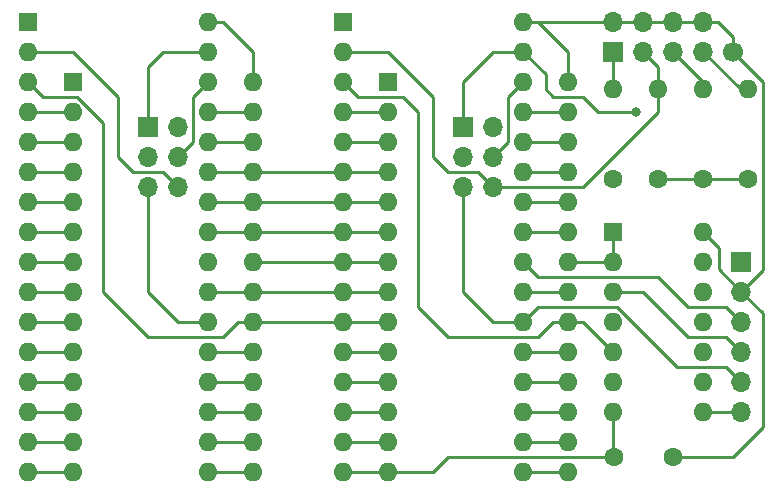
<source format=gbr>
%TF.GenerationSoftware,KiCad,Pcbnew,7.0.11+1*%
%TF.CreationDate,2024-05-13T22:14:03+02:00*%
%TF.ProjectId,QL_ROM_Switchable,514c5f52-4f4d-45f5-9377-697463686162,rev?*%
%TF.SameCoordinates,Original*%
%TF.FileFunction,Copper,L2,Bot*%
%TF.FilePolarity,Positive*%
%FSLAX46Y46*%
G04 Gerber Fmt 4.6, Leading zero omitted, Abs format (unit mm)*
G04 Created by KiCad (PCBNEW 7.0.11+1) date 2024-05-13 22:14:03*
%MOMM*%
%LPD*%
G01*
G04 APERTURE LIST*
%TA.AperFunction,ComponentPad*%
%ADD10C,1.600000*%
%TD*%
%TA.AperFunction,ComponentPad*%
%ADD11O,1.600000X1.600000*%
%TD*%
%TA.AperFunction,ComponentPad*%
%ADD12R,1.600000X1.600000*%
%TD*%
%TA.AperFunction,ComponentPad*%
%ADD13R,1.700000X1.700000*%
%TD*%
%TA.AperFunction,ComponentPad*%
%ADD14O,1.700000X1.700000*%
%TD*%
%TA.AperFunction,ComponentPad*%
%ADD15C,1.700000*%
%TD*%
%TA.AperFunction,ViaPad*%
%ADD16C,0.800000*%
%TD*%
%TA.AperFunction,Conductor*%
%ADD17C,0.250000*%
%TD*%
G04 APERTURE END LIST*
D10*
%TO.P,R4,1*%
%TO.N,GND*%
X160020000Y-71120000D03*
D11*
%TO.P,R4,2*%
%TO.N,/A18*%
X160020000Y-63500000D03*
%TD*%
D12*
%TO.P,U5,1,A18*%
%TO.N,Net-(J3-Pin_2)*%
X99060000Y-57785000D03*
D11*
%TO.P,U5,2,A16*%
%TO.N,Net-(J3-Pin_6)*%
X99060000Y-60325000D03*
%TO.P,U5,3,A15*%
%TO.N,/A1*%
X99060000Y-62865000D03*
%TO.P,U5,4,A12*%
%TO.N,Net-(U4-A12)*%
X99060000Y-65405000D03*
%TO.P,U5,5,A7*%
%TO.N,Net-(U4-A7)*%
X99060000Y-67945000D03*
%TO.P,U5,6,A6*%
%TO.N,Net-(U4-A6)*%
X99060000Y-70485000D03*
%TO.P,U5,7,A5*%
%TO.N,Net-(U4-A5)*%
X99060000Y-73025000D03*
%TO.P,U5,8,A4*%
%TO.N,Net-(U4-A4)*%
X99060000Y-75565000D03*
%TO.P,U5,9,A3*%
%TO.N,Net-(U4-A3)*%
X99060000Y-78105000D03*
%TO.P,U5,10,A2*%
%TO.N,Net-(U4-A2)*%
X99060000Y-80645000D03*
%TO.P,U5,11,A1*%
%TO.N,Net-(U4-A1)*%
X99060000Y-83185000D03*
%TO.P,U5,12,A0*%
%TO.N,Net-(U4-A0)*%
X99060000Y-85725000D03*
%TO.P,U5,13,D0*%
%TO.N,Net-(U4-D0)*%
X99060000Y-88265000D03*
%TO.P,U5,14,D1*%
%TO.N,Net-(U4-D1)*%
X99060000Y-90805000D03*
%TO.P,U5,15,D2*%
%TO.N,Net-(U4-D2)*%
X99060000Y-93345000D03*
%TO.P,U5,16,GND*%
%TO.N,Net-(U4-GND)*%
X99060000Y-95885000D03*
%TO.P,U5,17,D3*%
%TO.N,Net-(U4-D3)*%
X114300000Y-95885000D03*
%TO.P,U5,18,D4*%
%TO.N,Net-(U4-D4)*%
X114300000Y-93345000D03*
%TO.P,U5,19,D5*%
%TO.N,Net-(U4-D5)*%
X114300000Y-90805000D03*
%TO.P,U5,20,D6*%
%TO.N,Net-(U4-D6)*%
X114300000Y-88265000D03*
%TO.P,U5,21,D7*%
%TO.N,Net-(U4-D7)*%
X114300000Y-85725000D03*
%TO.P,U5,22,~{CS1}*%
%TO.N,Net-(J3-Pin_5)*%
X114300000Y-83185000D03*
%TO.P,U5,23,A10*%
%TO.N,/A2*%
X114300000Y-80645000D03*
%TO.P,U5,24,~{OE}*%
%TO.N,Net-(J3-Pin_3)*%
X114300000Y-78105000D03*
%TO.P,U5,25,A11*%
%TO.N,/A4*%
X114300000Y-75565000D03*
%TO.P,U5,26,A9*%
%TO.N,/A5*%
X114300000Y-73025000D03*
%TO.P,U5,27,A8*%
%TO.N,/A6*%
X114300000Y-70485000D03*
%TO.P,U5,28,A13*%
%TO.N,Net-(U4-A13)*%
X114300000Y-67945000D03*
%TO.P,U5,29,A14*%
%TO.N,Net-(U4-A14)*%
X114300000Y-65405000D03*
%TO.P,U5,30,A17*%
%TO.N,Net-(J3-Pin_4)*%
X114300000Y-62865000D03*
%TO.P,U5,31,~{WR}*%
%TO.N,Net-(J3-Pin_1)*%
X114300000Y-60325000D03*
%TO.P,U5,32,VCC*%
%TO.N,Net-(U4-VCC)*%
X114300000Y-57785000D03*
%TD*%
D10*
%TO.P,R1,1*%
%TO.N,Net-(R1-Pad1)*%
X148590000Y-71120000D03*
D11*
%TO.P,R1,2*%
%TO.N,Net-(J1-Pin_1)*%
X148590000Y-63500000D03*
%TD*%
D12*
%TO.P,U1,1,VPP*%
%TO.N,unconnected-(U1-VPP-Pad1)*%
X129530000Y-62875000D03*
D11*
%TO.P,U1,2,A12*%
%TO.N,/A12*%
X129530000Y-65415000D03*
%TO.P,U1,3,A7*%
%TO.N,/A7*%
X129530000Y-67955000D03*
%TO.P,U1,4,A6*%
%TO.N,/A6*%
X129530000Y-70495000D03*
%TO.P,U1,5,A5*%
%TO.N,/A5*%
X129530000Y-73035000D03*
%TO.P,U1,6,A4*%
%TO.N,/A4*%
X129530000Y-75575000D03*
%TO.P,U1,7,A3*%
%TO.N,/A3*%
X129530000Y-78115000D03*
%TO.P,U1,8,A2*%
%TO.N,/A2*%
X129530000Y-80655000D03*
%TO.P,U1,9,A1*%
%TO.N,/A1*%
X129530000Y-83195000D03*
%TO.P,U1,10,A0*%
%TO.N,/A0*%
X129530000Y-85735000D03*
%TO.P,U1,11,D0*%
%TO.N,/D0*%
X129530000Y-88275000D03*
%TO.P,U1,12,D1*%
%TO.N,/D1*%
X129530000Y-90815000D03*
%TO.P,U1,13,D2*%
%TO.N,/D2*%
X129530000Y-93355000D03*
%TO.P,U1,14,GND*%
%TO.N,GND*%
X129530000Y-95895000D03*
%TO.P,U1,15,D3*%
%TO.N,/D3*%
X144770000Y-95895000D03*
%TO.P,U1,16,D4*%
%TO.N,/D4*%
X144770000Y-93355000D03*
%TO.P,U1,17,D5*%
%TO.N,/D5*%
X144770000Y-90815000D03*
%TO.P,U1,18,D6*%
%TO.N,/D6*%
X144770000Y-88275000D03*
%TO.P,U1,19,D7*%
%TO.N,/D7*%
X144770000Y-85735000D03*
%TO.P,U1,20,~{CE}*%
%TO.N,/A15*%
X144770000Y-83195000D03*
%TO.P,U1,21,A10*%
%TO.N,/A10*%
X144770000Y-80655000D03*
%TO.P,U1,22,~{OE}*%
%TO.N,Net-(U1-~{OE})*%
X144770000Y-78115000D03*
%TO.P,U1,23,A11*%
%TO.N,/A11*%
X144770000Y-75575000D03*
%TO.P,U1,24,A9*%
%TO.N,/A9*%
X144770000Y-73035000D03*
%TO.P,U1,25,A8*%
%TO.N,/A8*%
X144770000Y-70495000D03*
%TO.P,U1,26,A13*%
%TO.N,/A13*%
X144770000Y-67955000D03*
%TO.P,U1,27,A14*%
%TO.N,/A14*%
X144770000Y-65415000D03*
%TO.P,U1,28,VCC*%
%TO.N,VCC*%
X144770000Y-62875000D03*
%TD*%
D12*
%TO.P,U3,1*%
%TO.N,Net-(U1-~{OE})*%
X148600000Y-75560000D03*
D11*
%TO.P,U3,2*%
X148600000Y-78100000D03*
%TO.P,U3,3*%
%TO.N,Net-(J2-Pin_4)*%
X148600000Y-80640000D03*
%TO.P,U3,4*%
%TO.N,/A14*%
X148600000Y-83180000D03*
%TO.P,U3,5*%
%TO.N,/A15*%
X148600000Y-85720000D03*
%TO.P,U3,6*%
%TO.N,Net-(R1-Pad1)*%
X148600000Y-88260000D03*
%TO.P,U3,7,GND*%
%TO.N,GND*%
X148600000Y-90800000D03*
%TO.P,U3,8*%
%TO.N,Net-(J2-Pin_6)*%
X156220000Y-90800000D03*
%TO.P,U3,9*%
%TO.N,Net-(J1-Pin_1)*%
X156220000Y-88260000D03*
%TO.P,U3,10*%
X156220000Y-85720000D03*
%TO.P,U3,11*%
%TO.N,unconnected-(U3-Pad11)*%
X156220000Y-83180000D03*
%TO.P,U3,12*%
%TO.N,unconnected-(U3-Pad12)*%
X156220000Y-80640000D03*
%TO.P,U3,13*%
%TO.N,unconnected-(U3-Pad13)*%
X156220000Y-78100000D03*
%TO.P,U3,14,VCC*%
%TO.N,VCC*%
X156220000Y-75560000D03*
%TD*%
D13*
%TO.P,J2,1,Pin_1*%
%TO.N,Net-(J2-Pin_1)*%
X159455000Y-78105000D03*
D14*
%TO.P,J2,2,Pin_2*%
%TO.N,VCC*%
X159455000Y-80645000D03*
%TO.P,J2,3,Pin_3*%
%TO.N,Net-(J2-Pin_3)*%
X159455000Y-83185000D03*
%TO.P,J2,4,Pin_4*%
%TO.N,Net-(J2-Pin_4)*%
X159455000Y-85725000D03*
%TO.P,J2,5,Pin_5*%
%TO.N,Net-(J2-Pin_5)*%
X159455000Y-88265000D03*
%TO.P,J2,6,Pin_6*%
%TO.N,Net-(J2-Pin_6)*%
X159455000Y-90805000D03*
%TD*%
D13*
%TO.P,J3,1,Pin_1*%
%TO.N,Net-(J3-Pin_1)*%
X109215000Y-66690000D03*
D14*
%TO.P,J3,2,Pin_2*%
%TO.N,Net-(J3-Pin_2)*%
X111755000Y-66690000D03*
%TO.P,J3,3,Pin_3*%
%TO.N,Net-(J3-Pin_3)*%
X109215000Y-69230000D03*
%TO.P,J3,4,Pin_4*%
%TO.N,Net-(J3-Pin_4)*%
X111755000Y-69230000D03*
%TO.P,J3,5,Pin_5*%
%TO.N,Net-(J3-Pin_5)*%
X109215000Y-71770000D03*
%TO.P,J3,6,Pin_6*%
%TO.N,Net-(J3-Pin_6)*%
X111755000Y-71770000D03*
%TD*%
D10*
%TO.P,R3,1*%
%TO.N,GND*%
X156210000Y-71120000D03*
D11*
%TO.P,R3,2*%
%TO.N,/A17*%
X156210000Y-63500000D03*
%TD*%
D13*
%TO.P,J1,1,Pin_1*%
%TO.N,Net-(J1-Pin_1)*%
X148600000Y-60325000D03*
D14*
%TO.P,J1,2,Pin_2*%
%TO.N,VCC*%
X148600000Y-57785000D03*
%TO.P,J1,3,Pin_3*%
%TO.N,/A16*%
X151140000Y-60325000D03*
%TO.P,J1,4,Pin_4*%
%TO.N,VCC*%
X151140000Y-57785000D03*
%TO.P,J1,5,Pin_5*%
%TO.N,/A17*%
X153680000Y-60325000D03*
%TO.P,J1,6,Pin_6*%
%TO.N,VCC*%
X153680000Y-57785000D03*
%TO.P,J1,7,Pin_7*%
%TO.N,/A18*%
X156220000Y-60325000D03*
%TO.P,J1,8,Pin_8*%
%TO.N,VCC*%
X156220000Y-57785000D03*
%TD*%
D12*
%TO.P,U2,1,A18*%
%TO.N,/A18*%
X125725000Y-57785000D03*
D11*
%TO.P,U2,2,A16*%
%TO.N,/A16*%
X125725000Y-60325000D03*
%TO.P,U2,3,A15*%
%TO.N,/A15*%
X125725000Y-62865000D03*
%TO.P,U2,4,A12*%
%TO.N,/A12*%
X125725000Y-65405000D03*
%TO.P,U2,5,A7*%
%TO.N,/A7*%
X125725000Y-67945000D03*
%TO.P,U2,6,A6*%
%TO.N,/A6*%
X125725000Y-70485000D03*
%TO.P,U2,7,A5*%
%TO.N,/A5*%
X125725000Y-73025000D03*
%TO.P,U2,8,A4*%
%TO.N,/A4*%
X125725000Y-75565000D03*
%TO.P,U2,9,A3*%
%TO.N,/A3*%
X125725000Y-78105000D03*
%TO.P,U2,10,A2*%
%TO.N,/A2*%
X125725000Y-80645000D03*
%TO.P,U2,11,A1*%
%TO.N,/A1*%
X125725000Y-83185000D03*
%TO.P,U2,12,A0*%
%TO.N,/A0*%
X125725000Y-85725000D03*
%TO.P,U2,13,D0*%
%TO.N,/D0*%
X125725000Y-88265000D03*
%TO.P,U2,14,D1*%
%TO.N,/D1*%
X125725000Y-90805000D03*
%TO.P,U2,15,D2*%
%TO.N,/D2*%
X125725000Y-93345000D03*
%TO.P,U2,16,GND*%
%TO.N,GND*%
X125725000Y-95885000D03*
%TO.P,U2,17,D3*%
%TO.N,/D3*%
X140965000Y-95885000D03*
%TO.P,U2,18,D4*%
%TO.N,/D4*%
X140965000Y-93345000D03*
%TO.P,U2,19,D5*%
%TO.N,/D5*%
X140965000Y-90805000D03*
%TO.P,U2,20,D6*%
%TO.N,/D6*%
X140965000Y-88265000D03*
%TO.P,U2,21,D7*%
%TO.N,/D7*%
X140965000Y-85725000D03*
%TO.P,U2,22,~{CS1}*%
%TO.N,Net-(J2-Pin_5)*%
X140965000Y-83185000D03*
%TO.P,U2,23,A10*%
%TO.N,/A10*%
X140965000Y-80645000D03*
%TO.P,U2,24,~{OE}*%
%TO.N,Net-(J2-Pin_3)*%
X140965000Y-78105000D03*
%TO.P,U2,25,A11*%
%TO.N,/A11*%
X140965000Y-75565000D03*
%TO.P,U2,26,A9*%
%TO.N,/A9*%
X140965000Y-73025000D03*
%TO.P,U2,27,A8*%
%TO.N,/A8*%
X140965000Y-70485000D03*
%TO.P,U2,28,A13*%
%TO.N,/A13*%
X140965000Y-67945000D03*
%TO.P,U2,29,A14*%
%TO.N,/A14*%
X140965000Y-65405000D03*
%TO.P,U2,30,A17*%
%TO.N,/A17*%
X140965000Y-62865000D03*
%TO.P,U2,31,~{WR}*%
%TO.N,Net-(J2-Pin_1)*%
X140965000Y-60325000D03*
%TO.P,U2,32,VCC*%
%TO.N,VCC*%
X140965000Y-57785000D03*
%TD*%
D10*
%TO.P,R2,1*%
%TO.N,GND*%
X152400000Y-71120000D03*
D11*
%TO.P,R2,2*%
%TO.N,/A16*%
X152400000Y-63500000D03*
%TD*%
D15*
%TO.P,J5,1,Pin_1*%
%TO.N,VCC*%
X158750000Y-60325000D03*
%TD*%
D10*
%TO.P,C1,1*%
%TO.N,VCC*%
X153630000Y-94615000D03*
%TO.P,C1,2*%
%TO.N,GND*%
X148630000Y-94615000D03*
%TD*%
D12*
%TO.P,U4,1,VPP*%
%TO.N,unconnected-(U4-VPP-Pad1)*%
X102870000Y-62865000D03*
D11*
%TO.P,U4,2,A12*%
%TO.N,Net-(U4-A12)*%
X102870000Y-65405000D03*
%TO.P,U4,3,A7*%
%TO.N,Net-(U4-A7)*%
X102870000Y-67945000D03*
%TO.P,U4,4,A6*%
%TO.N,Net-(U4-A6)*%
X102870000Y-70485000D03*
%TO.P,U4,5,A5*%
%TO.N,Net-(U4-A5)*%
X102870000Y-73025000D03*
%TO.P,U4,6,A4*%
%TO.N,Net-(U4-A4)*%
X102870000Y-75565000D03*
%TO.P,U4,7,A3*%
%TO.N,Net-(U4-A3)*%
X102870000Y-78105000D03*
%TO.P,U4,8,A2*%
%TO.N,Net-(U4-A2)*%
X102870000Y-80645000D03*
%TO.P,U4,9,A1*%
%TO.N,Net-(U4-A1)*%
X102870000Y-83185000D03*
%TO.P,U4,10,A0*%
%TO.N,Net-(U4-A0)*%
X102870000Y-85725000D03*
%TO.P,U4,11,D0*%
%TO.N,Net-(U4-D0)*%
X102870000Y-88265000D03*
%TO.P,U4,12,D1*%
%TO.N,Net-(U4-D1)*%
X102870000Y-90805000D03*
%TO.P,U4,13,D2*%
%TO.N,Net-(U4-D2)*%
X102870000Y-93345000D03*
%TO.P,U4,14,GND*%
%TO.N,Net-(U4-GND)*%
X102870000Y-95885000D03*
%TO.P,U4,15,D3*%
%TO.N,Net-(U4-D3)*%
X118110000Y-95885000D03*
%TO.P,U4,16,D4*%
%TO.N,Net-(U4-D4)*%
X118110000Y-93345000D03*
%TO.P,U4,17,D5*%
%TO.N,Net-(U4-D5)*%
X118110000Y-90805000D03*
%TO.P,U4,18,D6*%
%TO.N,Net-(U4-D6)*%
X118110000Y-88265000D03*
%TO.P,U4,19,D7*%
%TO.N,Net-(U4-D7)*%
X118110000Y-85725000D03*
%TO.P,U4,20,~{CE}*%
%TO.N,/A1*%
X118110000Y-83185000D03*
%TO.P,U4,21,A10*%
%TO.N,/A2*%
X118110000Y-80645000D03*
%TO.P,U4,22,~{OE}*%
%TO.N,/A3*%
X118110000Y-78105000D03*
%TO.P,U4,23,A11*%
%TO.N,/A4*%
X118110000Y-75565000D03*
%TO.P,U4,24,A9*%
%TO.N,/A5*%
X118110000Y-73025000D03*
%TO.P,U4,25,A8*%
%TO.N,/A6*%
X118110000Y-70485000D03*
%TO.P,U4,26,A13*%
%TO.N,Net-(U4-A13)*%
X118110000Y-67945000D03*
%TO.P,U4,27,A14*%
%TO.N,Net-(U4-A14)*%
X118110000Y-65405000D03*
%TO.P,U4,28,VCC*%
%TO.N,Net-(U4-VCC)*%
X118110000Y-62865000D03*
%TD*%
D13*
%TO.P,J4,1,Pin_1*%
%TO.N,Net-(J2-Pin_1)*%
X135880000Y-66690000D03*
D14*
%TO.P,J4,2,Pin_2*%
%TO.N,/A18*%
X138420000Y-66690000D03*
%TO.P,J4,3,Pin_3*%
%TO.N,Net-(J2-Pin_3)*%
X135880000Y-69230000D03*
%TO.P,J4,4,Pin_4*%
%TO.N,/A17*%
X138420000Y-69230000D03*
%TO.P,J4,5,Pin_5*%
%TO.N,Net-(J2-Pin_5)*%
X135880000Y-71770000D03*
%TO.P,J4,6,Pin_6*%
%TO.N,/A16*%
X138420000Y-71770000D03*
%TD*%
D16*
%TO.N,Net-(J2-Pin_1)*%
X150495000Y-65405000D03*
%TD*%
D17*
%TO.N,Net-(J1-Pin_1)*%
X148600000Y-60325000D02*
X148600000Y-63490000D01*
X148600000Y-63490000D02*
X148590000Y-63500000D01*
%TO.N,/D3*%
X140965000Y-95885000D02*
X144760000Y-95885000D01*
X144760000Y-95885000D02*
X144770000Y-95895000D01*
%TO.N,/D4*%
X140965000Y-93345000D02*
X144760000Y-93345000D01*
X144760000Y-93345000D02*
X144770000Y-93355000D01*
%TO.N,/A7*%
X125725000Y-67945000D02*
X129520000Y-67945000D01*
X129520000Y-67945000D02*
X129530000Y-67955000D01*
%TO.N,/D5*%
X140965000Y-90805000D02*
X144760000Y-90805000D01*
X144760000Y-90805000D02*
X144770000Y-90815000D01*
%TO.N,/A6*%
X129520000Y-70485000D02*
X129530000Y-70495000D01*
X118110000Y-70485000D02*
X125725000Y-70485000D01*
X114300000Y-70485000D02*
X118110000Y-70485000D01*
X125725000Y-70485000D02*
X129520000Y-70485000D01*
%TO.N,/D6*%
X140965000Y-88265000D02*
X144760000Y-88265000D01*
X144760000Y-88265000D02*
X144770000Y-88275000D01*
%TO.N,/A5*%
X118110000Y-73025000D02*
X125725000Y-73025000D01*
X118110000Y-73025000D02*
X114300000Y-73025000D01*
X125725000Y-73025000D02*
X129520000Y-73025000D01*
X129520000Y-73025000D02*
X129530000Y-73035000D01*
%TO.N,/D7*%
X140965000Y-85725000D02*
X144760000Y-85725000D01*
X144760000Y-85725000D02*
X144770000Y-85735000D01*
%TO.N,/A4*%
X114300000Y-75565000D02*
X118110000Y-75565000D01*
X118110000Y-75565000D02*
X125725000Y-75565000D01*
X129520000Y-75565000D02*
X129530000Y-75575000D01*
X125725000Y-75565000D02*
X129520000Y-75565000D01*
%TO.N,/A3*%
X129520000Y-78105000D02*
X129530000Y-78115000D01*
X125725000Y-78105000D02*
X129520000Y-78105000D01*
X118110000Y-78105000D02*
X125725000Y-78105000D01*
%TO.N,/A10*%
X144760000Y-80645000D02*
X144770000Y-80655000D01*
X140965000Y-80645000D02*
X144760000Y-80645000D01*
%TO.N,/A2*%
X129520000Y-80645000D02*
X129530000Y-80655000D01*
X125725000Y-80645000D02*
X129520000Y-80645000D01*
X118110000Y-80645000D02*
X114300000Y-80645000D01*
X125725000Y-80645000D02*
X118110000Y-80645000D01*
%TO.N,/A1*%
X125725000Y-83185000D02*
X129520000Y-83185000D01*
X115570000Y-84455000D02*
X116840000Y-83185000D01*
X116840000Y-83185000D02*
X118110000Y-83185000D01*
X125725000Y-83185000D02*
X118110000Y-83185000D01*
X103190300Y-64135000D02*
X105410000Y-66354700D01*
X105410000Y-66354700D02*
X105410000Y-80645000D01*
X99060000Y-62865000D02*
X100330000Y-64135000D01*
X100330000Y-64135000D02*
X103190300Y-64135000D01*
X105410000Y-80645000D02*
X109220000Y-84455000D01*
X109220000Y-84455000D02*
X115570000Y-84455000D01*
X129520000Y-83185000D02*
X129530000Y-83195000D01*
%TO.N,/A11*%
X140965000Y-75565000D02*
X144760000Y-75565000D01*
X144760000Y-75565000D02*
X144770000Y-75575000D01*
%TO.N,/A0*%
X125725000Y-85725000D02*
X129520000Y-85725000D01*
X129520000Y-85725000D02*
X129530000Y-85735000D01*
%TO.N,/A9*%
X144760000Y-73025000D02*
X144770000Y-73035000D01*
X140965000Y-73025000D02*
X144760000Y-73025000D01*
%TO.N,/D0*%
X125725000Y-88265000D02*
X129520000Y-88265000D01*
X129520000Y-88265000D02*
X129530000Y-88275000D01*
%TO.N,/A8*%
X144760000Y-70485000D02*
X144770000Y-70495000D01*
X140965000Y-70485000D02*
X144760000Y-70485000D01*
%TO.N,/D1*%
X129520000Y-90805000D02*
X129530000Y-90815000D01*
X125725000Y-90805000D02*
X129520000Y-90805000D01*
%TO.N,/D2*%
X129520000Y-93345000D02*
X129530000Y-93355000D01*
X125725000Y-93345000D02*
X129520000Y-93345000D01*
%TO.N,VCC*%
X159455000Y-80645000D02*
X161290000Y-78810000D01*
X161290000Y-82480000D02*
X161290000Y-92075000D01*
X157569511Y-78759511D02*
X159455000Y-80645000D01*
X156220000Y-75560000D02*
X157569511Y-76909511D01*
X158750000Y-60325000D02*
X161290000Y-62865000D01*
X159455000Y-80645000D02*
X161290000Y-82480000D01*
X144770000Y-62875000D02*
X144770000Y-60335000D01*
X161290000Y-78810000D02*
X161290000Y-62865000D01*
X161290000Y-92075000D02*
X158750000Y-94615000D01*
X144770000Y-60335000D02*
X144780000Y-60325000D01*
X158750000Y-94615000D02*
X153630000Y-94615000D01*
X140965000Y-57785000D02*
X157480000Y-57785000D01*
X144780000Y-60325000D02*
X142240000Y-57785000D01*
X158750000Y-59055000D02*
X158750000Y-60325000D01*
X157480000Y-57785000D02*
X158750000Y-59055000D01*
X157569511Y-76909511D02*
X157569511Y-78759511D01*
%TO.N,GND*%
X129520000Y-95885000D02*
X129530000Y-95895000D01*
X125725000Y-95885000D02*
X129520000Y-95885000D01*
X160020000Y-71120000D02*
X152400000Y-71120000D01*
X129530000Y-95895000D02*
X133340000Y-95895000D01*
X148600000Y-94585000D02*
X148630000Y-94615000D01*
X148600000Y-90800000D02*
X148600000Y-94585000D01*
X133340000Y-95895000D02*
X134620000Y-94615000D01*
X134620000Y-94615000D02*
X148630000Y-94615000D01*
%TO.N,/A12*%
X129520000Y-65405000D02*
X129530000Y-65415000D01*
X125725000Y-65405000D02*
X129520000Y-65405000D01*
%TO.N,/A15*%
X146075000Y-83195000D02*
X148600000Y-85720000D01*
X144770000Y-83195000D02*
X146075000Y-83195000D01*
X143510000Y-83185000D02*
X142240000Y-84455000D01*
X143510000Y-83185000D02*
X143520000Y-83195000D01*
X143520000Y-83195000D02*
X144770000Y-83195000D01*
X132080000Y-81915000D02*
X134620000Y-84455000D01*
X134620000Y-84455000D02*
X142240000Y-84455000D01*
X126995000Y-64135000D02*
X130810000Y-64135000D01*
X125725000Y-62865000D02*
X126995000Y-64135000D01*
X132080000Y-65405000D02*
X132080000Y-81915000D01*
X130810000Y-64135000D02*
X132080000Y-65405000D01*
%TO.N,Net-(J2-Pin_1)*%
X142875000Y-63500000D02*
X143510000Y-64135000D01*
X140965000Y-60325000D02*
X142870000Y-62230000D01*
X135880000Y-62875000D02*
X138430000Y-60325000D01*
X147320000Y-65405000D02*
X150495000Y-65405000D01*
X135880000Y-66690000D02*
X135880000Y-62875000D01*
X142870000Y-62230000D02*
X142875000Y-62230000D01*
X143510000Y-64135000D02*
X146050000Y-64135000D01*
X142875000Y-62230000D02*
X142875000Y-63500000D01*
X138430000Y-60325000D02*
X140965000Y-60325000D01*
X146050000Y-64135000D02*
X147320000Y-65405000D01*
%TO.N,/A13*%
X140965000Y-67945000D02*
X144760000Y-67945000D01*
X144760000Y-67945000D02*
X144770000Y-67955000D01*
%TO.N,/A14*%
X144760000Y-65405000D02*
X144770000Y-65415000D01*
X140965000Y-65405000D02*
X144760000Y-65405000D01*
%TO.N,/A18*%
X159395000Y-63500000D02*
X160020000Y-63500000D01*
X156220000Y-60325000D02*
X159395000Y-63500000D01*
%TO.N,/A16*%
X134620000Y-70485000D02*
X133350000Y-69215000D01*
X151140000Y-60325000D02*
X152400000Y-61585000D01*
X129540000Y-60325000D02*
X125725000Y-60325000D01*
X137160000Y-70485000D02*
X134620000Y-70485000D01*
X138420000Y-71770000D02*
X137160000Y-70510000D01*
X152400000Y-65405000D02*
X146035000Y-71770000D01*
X133350000Y-64135000D02*
X133350000Y-69215000D01*
X146035000Y-71770000D02*
X138420000Y-71770000D01*
X152400000Y-61585000D02*
X152400000Y-63500000D01*
X152400000Y-63500000D02*
X152400000Y-65405000D01*
X129540000Y-60325000D02*
X133350000Y-64135000D01*
X137160000Y-70510000D02*
X137160000Y-70485000D01*
%TO.N,/A17*%
X153680000Y-60325000D02*
X156210000Y-62855000D01*
X139700000Y-64130000D02*
X140965000Y-62865000D01*
X139700000Y-67950000D02*
X139700000Y-64130000D01*
X138420000Y-69230000D02*
X139700000Y-67950000D01*
X156210000Y-62855000D02*
X156210000Y-63500000D01*
%TO.N,Net-(J2-Pin_3)*%
X154940000Y-81915000D02*
X158185000Y-81915000D01*
X152400000Y-79375000D02*
X154940000Y-81915000D01*
X142235000Y-79375000D02*
X152400000Y-79375000D01*
X158185000Y-81915000D02*
X159455000Y-83185000D01*
X140965000Y-78105000D02*
X142235000Y-79375000D01*
%TO.N,Net-(J2-Pin_4)*%
X159455000Y-85725000D02*
X158185000Y-84455000D01*
X154940000Y-84455000D02*
X151125000Y-80640000D01*
X151125000Y-80640000D02*
X148600000Y-80640000D01*
X158185000Y-84455000D02*
X154940000Y-84455000D01*
%TO.N,Net-(J2-Pin_5)*%
X154005300Y-86995000D02*
X148925300Y-81915000D01*
X148925300Y-81915000D02*
X142235000Y-81915000D01*
X159455000Y-88265000D02*
X158185000Y-86995000D01*
X135880000Y-80635000D02*
X135880000Y-71770000D01*
X158185000Y-86995000D02*
X154005300Y-86995000D01*
X138430000Y-83185000D02*
X135880000Y-80635000D01*
X140965000Y-83185000D02*
X138430000Y-83185000D01*
X142235000Y-81915000D02*
X140965000Y-83185000D01*
%TO.N,Net-(J2-Pin_6)*%
X159455000Y-90805000D02*
X156225000Y-90805000D01*
X156225000Y-90805000D02*
X156220000Y-90800000D01*
%TO.N,Net-(J3-Pin_1)*%
X110490000Y-60325000D02*
X114300000Y-60325000D01*
X109215000Y-66690000D02*
X109215000Y-61600000D01*
X109215000Y-61600000D02*
X110490000Y-60325000D01*
%TO.N,Net-(J3-Pin_4)*%
X111755000Y-69230000D02*
X113030000Y-67955000D01*
X113030000Y-64135000D02*
X114300000Y-62865000D01*
X113030000Y-67955000D02*
X113030000Y-64135000D01*
%TO.N,Net-(J3-Pin_5)*%
X111760000Y-83185000D02*
X109215000Y-80640000D01*
X114300000Y-83185000D02*
X111760000Y-83185000D01*
X109215000Y-80640000D02*
X109215000Y-71770000D01*
%TO.N,Net-(J3-Pin_6)*%
X99060000Y-60325000D02*
X102870000Y-60325000D01*
X106680000Y-64135000D02*
X106680000Y-69215000D01*
X110490000Y-70485000D02*
X110490000Y-70505000D01*
X107950000Y-70485000D02*
X110490000Y-70485000D01*
X110490000Y-70505000D02*
X111755000Y-71770000D01*
X102870000Y-60325000D02*
X106680000Y-64135000D01*
X106680000Y-69215000D02*
X107950000Y-70485000D01*
%TO.N,Net-(U1-~{OE})*%
X148585000Y-78115000D02*
X148600000Y-78100000D01*
X148600000Y-75560000D02*
X148600000Y-78100000D01*
X144770000Y-78115000D02*
X148585000Y-78115000D01*
%TO.N,Net-(U4-A12)*%
X99060000Y-65405000D02*
X102870000Y-65405000D01*
%TO.N,Net-(U4-A7)*%
X102870000Y-67945000D02*
X99060000Y-67945000D01*
%TO.N,Net-(U4-A6)*%
X99060000Y-70485000D02*
X102870000Y-70485000D01*
%TO.N,Net-(U4-A5)*%
X102870000Y-73025000D02*
X99060000Y-73025000D01*
%TO.N,Net-(U4-A4)*%
X99060000Y-75565000D02*
X102870000Y-75565000D01*
%TO.N,Net-(U4-A3)*%
X102870000Y-78105000D02*
X99060000Y-78105000D01*
%TO.N,Net-(U4-A2)*%
X99060000Y-80645000D02*
X102870000Y-80645000D01*
%TO.N,Net-(U4-A1)*%
X102870000Y-83185000D02*
X99060000Y-83185000D01*
%TO.N,Net-(U4-A0)*%
X99060000Y-85725000D02*
X102870000Y-85725000D01*
%TO.N,Net-(U4-D0)*%
X102870000Y-88265000D02*
X99060000Y-88265000D01*
%TO.N,Net-(U4-D1)*%
X99060000Y-90805000D02*
X102870000Y-90805000D01*
%TO.N,Net-(U4-D2)*%
X99060000Y-93345000D02*
X102870000Y-93345000D01*
%TO.N,Net-(U4-GND)*%
X99060000Y-95885000D02*
X102870000Y-95885000D01*
%TO.N,Net-(U4-D3)*%
X114300000Y-95885000D02*
X118110000Y-95885000D01*
%TO.N,Net-(U4-D4)*%
X114300000Y-93345000D02*
X118110000Y-93345000D01*
%TO.N,Net-(U4-D5)*%
X114300000Y-90805000D02*
X118110000Y-90805000D01*
%TO.N,Net-(U4-D6)*%
X114300000Y-88265000D02*
X118110000Y-88265000D01*
%TO.N,Net-(U4-D7)*%
X114300000Y-85725000D02*
X118110000Y-85725000D01*
%TO.N,Net-(U4-A13)*%
X118110000Y-67945000D02*
X114300000Y-67945000D01*
%TO.N,Net-(U4-A14)*%
X114300000Y-65405000D02*
X118110000Y-65405000D01*
%TO.N,Net-(U4-VCC)*%
X115570000Y-57785000D02*
X114300000Y-57785000D01*
X118110000Y-60325000D02*
X115570000Y-57785000D01*
X118110000Y-62865000D02*
X118110000Y-60325000D01*
%TD*%
M02*

</source>
